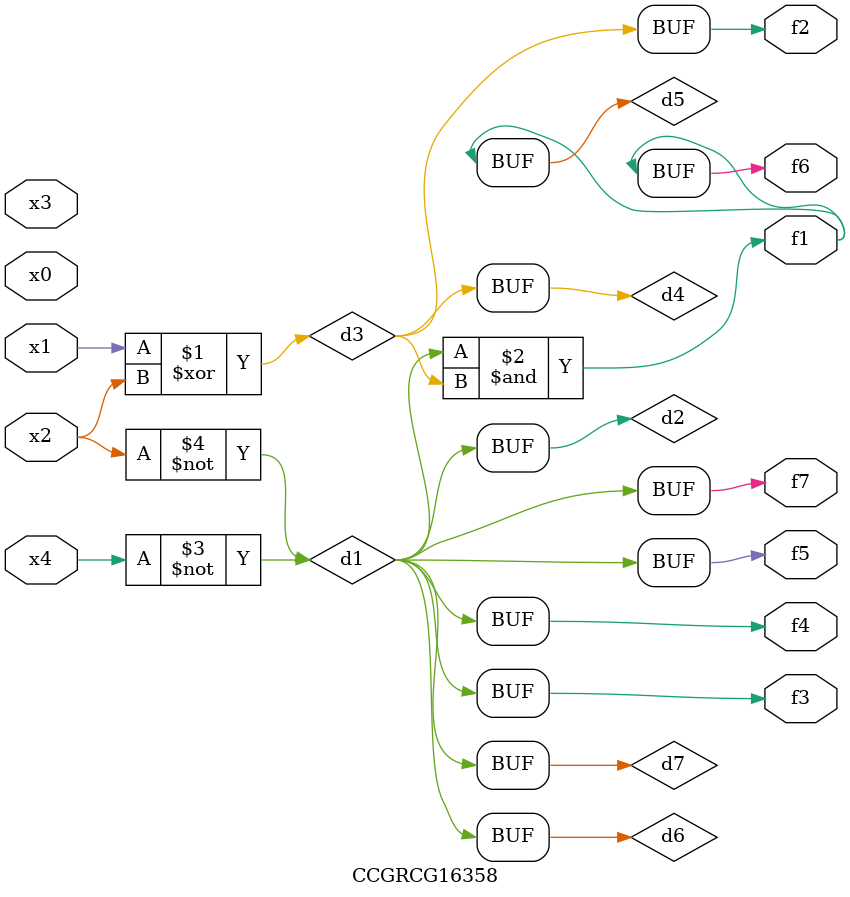
<source format=v>
module CCGRCG16358(
	input x0, x1, x2, x3, x4,
	output f1, f2, f3, f4, f5, f6, f7
);

	wire d1, d2, d3, d4, d5, d6, d7;

	not (d1, x4);
	not (d2, x2);
	xor (d3, x1, x2);
	buf (d4, d3);
	and (d5, d1, d3);
	buf (d6, d1, d2);
	buf (d7, d2);
	assign f1 = d5;
	assign f2 = d4;
	assign f3 = d7;
	assign f4 = d7;
	assign f5 = d7;
	assign f6 = d5;
	assign f7 = d7;
endmodule

</source>
